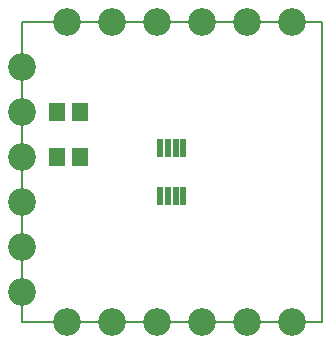
<source format=gts>
G75*
%MOIN*%
%OFA0B0*%
%FSLAX25Y25*%
%IPPOS*%
%LPD*%
%AMOC8*
5,1,8,0,0,1.08239X$1,22.5*
%
%ADD10C,0.00000*%
%ADD11R,0.02200X0.06400*%
%ADD12R,0.05518X0.06306*%
%ADD13C,0.00500*%
%ADD14C,0.09258*%
D10*
X0005629Y0005629D02*
X0005629Y0105590D01*
X0105629Y0105629D01*
X0105629Y0005629D01*
X0005629Y0005629D01*
D11*
X0051829Y0047629D03*
X0054329Y0047629D03*
X0056929Y0047629D03*
X0059429Y0047629D03*
X0059429Y0063629D03*
X0056929Y0063629D03*
X0054329Y0063629D03*
X0051829Y0063629D03*
D12*
X0024994Y0060629D03*
X0017514Y0060629D03*
X0017514Y0075629D03*
X0024994Y0075629D03*
D13*
X0005629Y0005629D02*
X0105629Y0005629D01*
X0105629Y0105629D01*
X0005629Y0105629D01*
X0005629Y0005629D01*
D14*
X0005629Y0015629D03*
X0005629Y0030629D03*
X0005629Y0045629D03*
X0005629Y0060629D03*
X0005629Y0075629D03*
X0005629Y0090629D03*
X0020629Y0105629D03*
X0035629Y0105629D03*
X0050629Y0105629D03*
X0065629Y0105629D03*
X0080629Y0105629D03*
X0095629Y0105629D03*
X0095629Y0005629D03*
X0080629Y0005629D03*
X0065629Y0005629D03*
X0050629Y0005629D03*
X0035629Y0005629D03*
X0020629Y0005629D03*
M02*

</source>
